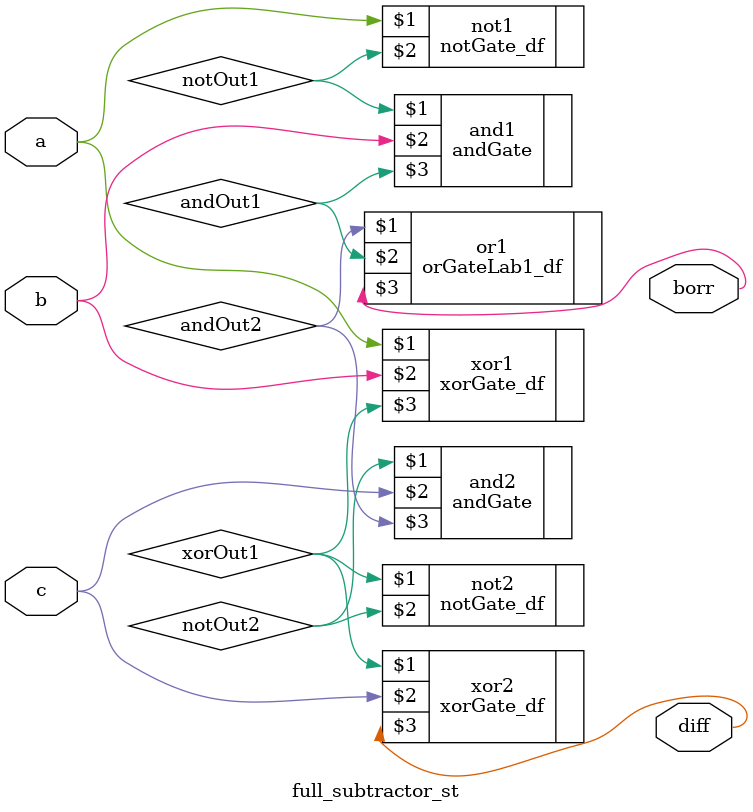
<source format=v>
`include "xorGate_df.v"
`include "notGate_df.v"
`include "andGate.v"
`include "orGateLab1_df.v"

module full_subtractor_st(output diff,borr, input a,b,c);
    wire xorOut1, xorOut2; 
    wire notOut1, notOut2;
    wire andOut1, andOut2;

    //instantiate xor gates
    xorGate_df xor1(a,b,xorOut1);
    xorGate_df xor2(xorOut1,c,diff);

    //instantiate not gates
    notGate_df not1(a,notOut1);
    notGate_df not2(xorOut1,notOut2);

    //instantiate and gates
    andGate and1(notOut1,b,andOut1);
    andGate and2(notOut2,c,andOut2);

    //instantite or gate
    orGateLab1_df or1(andOut2,andOut1,borr);
endmodule
</source>
